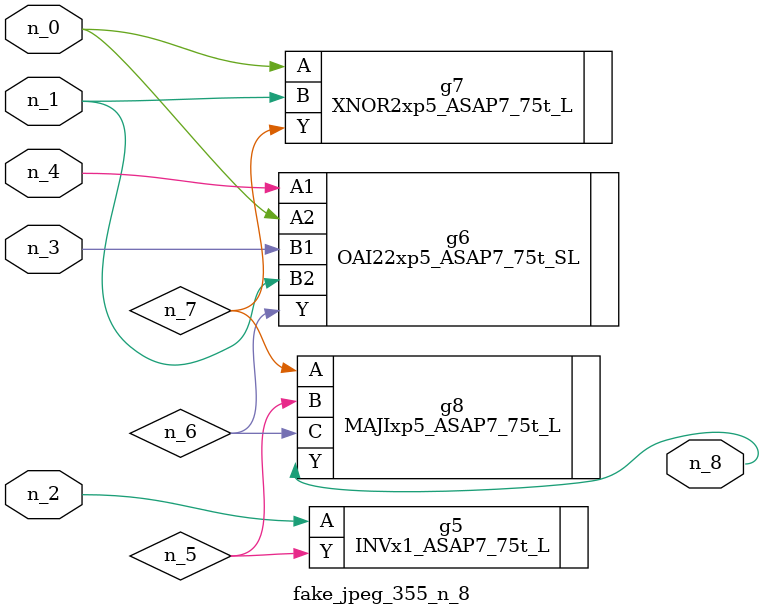
<source format=v>
module fake_jpeg_355_n_8 (n_3, n_2, n_1, n_0, n_4, n_8);

input n_3;
input n_2;
input n_1;
input n_0;
input n_4;

output n_8;

wire n_6;
wire n_5;
wire n_7;

INVx1_ASAP7_75t_L g5 ( 
.A(n_2),
.Y(n_5)
);

OAI22xp5_ASAP7_75t_SL g6 ( 
.A1(n_4),
.A2(n_0),
.B1(n_3),
.B2(n_1),
.Y(n_6)
);

XNOR2xp5_ASAP7_75t_L g7 ( 
.A(n_0),
.B(n_1),
.Y(n_7)
);

MAJIxp5_ASAP7_75t_L g8 ( 
.A(n_7),
.B(n_5),
.C(n_6),
.Y(n_8)
);


endmodule
</source>
